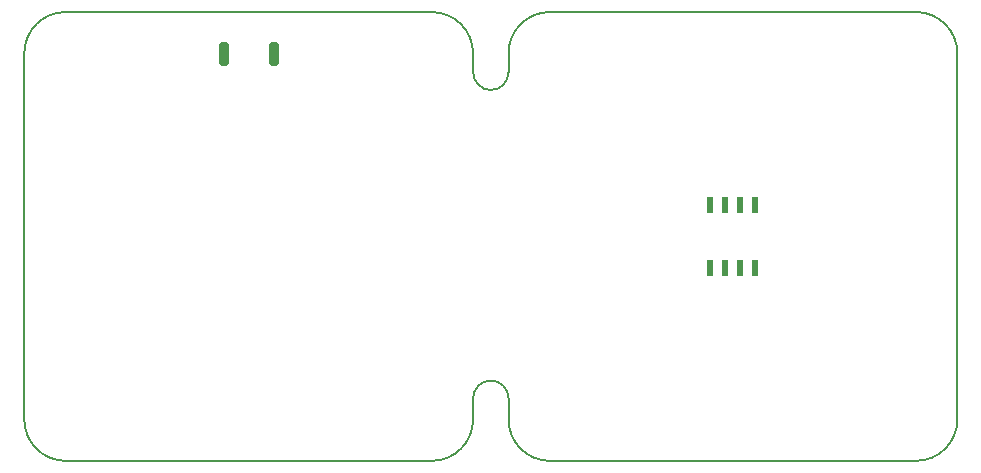
<source format=gbr>
%TF.GenerationSoftware,KiCad,Pcbnew,(6.0.1-0)*%
%TF.CreationDate,2022-02-22T17:31:54+01:00*%
%TF.ProjectId,ethersweep,65746865-7273-4776-9565-702e6b696361,2.0.1*%
%TF.SameCoordinates,Original*%
%TF.FileFunction,Paste,Bot*%
%TF.FilePolarity,Positive*%
%FSLAX46Y46*%
G04 Gerber Fmt 4.6, Leading zero omitted, Abs format (unit mm)*
G04 Created by KiCad (PCBNEW (6.0.1-0)) date 2022-02-22 17:31:54*
%MOMM*%
%LPD*%
G01*
G04 APERTURE LIST*
G04 Aperture macros list*
%AMRoundRect*
0 Rectangle with rounded corners*
0 $1 Rounding radius*
0 $2 $3 $4 $5 $6 $7 $8 $9 X,Y pos of 4 corners*
0 Add a 4 corners polygon primitive as box body*
4,1,4,$2,$3,$4,$5,$6,$7,$8,$9,$2,$3,0*
0 Add four circle primitives for the rounded corners*
1,1,$1+$1,$2,$3*
1,1,$1+$1,$4,$5*
1,1,$1+$1,$6,$7*
1,1,$1+$1,$8,$9*
0 Add four rect primitives between the rounded corners*
20,1,$1+$1,$2,$3,$4,$5,0*
20,1,$1+$1,$4,$5,$6,$7,0*
20,1,$1+$1,$6,$7,$8,$9,0*
20,1,$1+$1,$8,$9,$2,$3,0*%
G04 Aperture macros list end*
%TA.AperFunction,Profile*%
%ADD10C,0.150000*%
%TD*%
%ADD11RoundRect,0.200000X0.200000X0.800000X-0.200000X0.800000X-0.200000X-0.800000X0.200000X-0.800000X0*%
%ADD12R,0.600000X1.400000*%
G04 APERTURE END LIST*
D10*
X184100000Y-31800000D02*
X184100000Y-30200000D01*
X184100000Y-60700000D02*
X184100000Y-59400000D01*
X180600000Y-26700000D02*
X149600000Y-26700000D01*
X149600000Y-26700000D02*
G75*
G03*
X146100000Y-30200000I-1J-3499999D01*
G01*
X184100000Y-30200000D02*
G75*
G03*
X180600000Y-26700000I-3499999J1D01*
G01*
X180600000Y-64700000D02*
G75*
G03*
X184100000Y-61200000I1J3499999D01*
G01*
X146100000Y-30200000D02*
X146100000Y-61200000D01*
X149600000Y-64700000D02*
X180600000Y-64700000D01*
X146100000Y-61200000D02*
G75*
G03*
X149600000Y-64700000I3499999J-1D01*
G01*
X184100000Y-61200000D02*
X184100000Y-60700000D01*
X225100000Y-61200000D02*
X225100000Y-30200000D01*
X190600000Y-64700000D02*
X221600000Y-64700000D01*
X187100000Y-61200000D02*
G75*
G03*
X190600000Y-64700000I3499999J-1D01*
G01*
X221600000Y-64700000D02*
G75*
G03*
X225100000Y-61200000I1J3499999D01*
G01*
X190600000Y-26700000D02*
G75*
G03*
X187100000Y-30200000I-1J-3499999D01*
G01*
X190600000Y-26700000D02*
X221600000Y-26700000D01*
X187100000Y-30200000D02*
X187100000Y-30700000D01*
X187100000Y-61200000D02*
X187100000Y-59400000D01*
X187100000Y-31800000D02*
X187100000Y-30700000D01*
X225100000Y-30200000D02*
G75*
G03*
X221600000Y-26700000I-3499999J1D01*
G01*
X184099404Y-31800002D02*
G75*
G03*
X187100000Y-31800000I1500298J-298D01*
G01*
X187100596Y-59399998D02*
G75*
G03*
X184100000Y-59400000I-1500298J298D01*
G01*
D11*
X167250000Y-30250000D03*
X163050000Y-30250000D03*
D12*
X204195000Y-43000000D03*
X205465000Y-43000000D03*
X206735000Y-43000000D03*
X208005000Y-43000000D03*
X208005000Y-48400000D03*
X206735000Y-48400000D03*
X205465000Y-48400000D03*
X204195000Y-48400000D03*
M02*

</source>
